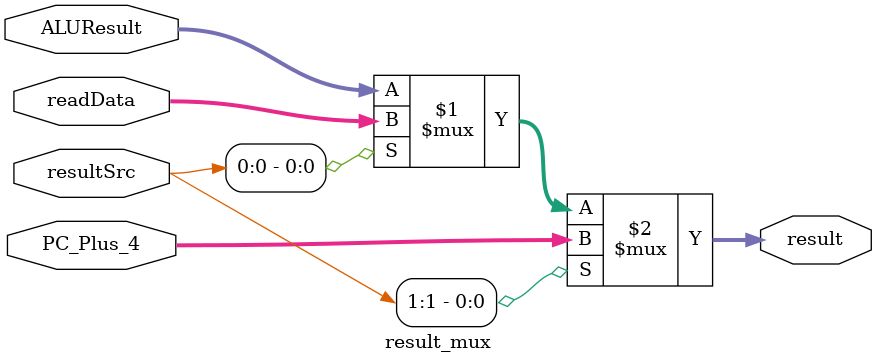
<source format=v>
module result_mux (
	input wire [31:0] ALUResult,readData,PC_Plus_4,
	input wire [1:0] resultSrc,
	output wire [31:0] result
);
	assign result = resultSrc[1] ? PC_Plus_4 : (resultSrc[0] ? readData : ALUResult);
endmodule
</source>
